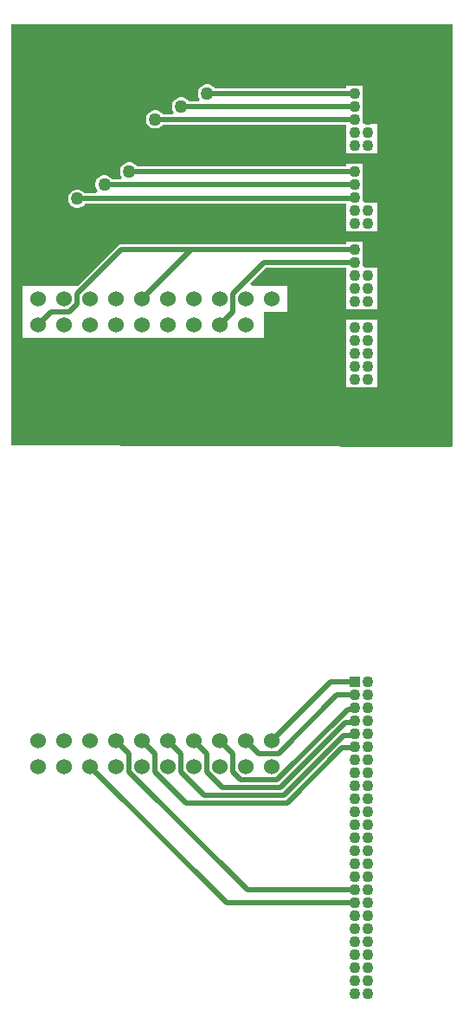
<source format=gbr>
%TF.GenerationSoftware,Altium Limited,Altium Designer,22.11.1 (43)*%
G04 Layer_Physical_Order=1*
G04 Layer_Color=255*
%FSLAX45Y45*%
%MOMM*%
%TF.SameCoordinates,ABC14B17-DAD6-4B0F-8560-1018B917A27C*%
%TF.FilePolarity,Positive*%
%TF.FileFunction,Copper,L1,Top,Signal*%
%TF.Part,Single*%
G01*
G75*
%TA.AperFunction,Conductor*%
%ADD10C,0.50000*%
%TA.AperFunction,ComponentPad*%
%ADD11R,1.09000X1.09000*%
%ADD12C,1.09000*%
%ADD13C,1.52400*%
%TA.AperFunction,ViaPad*%
%ADD14C,1.27000*%
G36*
X12065000Y6088587D02*
X12047013Y6070653D01*
X7747000Y6083300D01*
Y10198100D01*
X12065000D01*
Y6088587D01*
D02*
G37*
%LPC*%
G36*
X9676404Y9613900D02*
X9652996D01*
X9630386Y9607842D01*
X9610114Y9596138D01*
X9593562Y9579586D01*
X9581858Y9559314D01*
X9575800Y9536704D01*
Y9513296D01*
X9581858Y9490686D01*
X9591037Y9474787D01*
X9585865Y9459548D01*
X9578668Y9449387D01*
X9483685D01*
X9481838Y9452586D01*
X9465286Y9469138D01*
X9445014Y9480842D01*
X9422404Y9486900D01*
X9398996D01*
X9376386Y9480842D01*
X9356114Y9469138D01*
X9339562Y9452586D01*
X9327858Y9432314D01*
X9321800Y9409704D01*
Y9386296D01*
X9327858Y9363686D01*
X9337037Y9347787D01*
X9331865Y9332548D01*
X9324668Y9322387D01*
X9229685D01*
X9227838Y9325586D01*
X9211286Y9342138D01*
X9191014Y9353842D01*
X9168404Y9359900D01*
X9144996D01*
X9122386Y9353842D01*
X9102114Y9342138D01*
X9085562Y9325586D01*
X9073858Y9305314D01*
X9067800Y9282704D01*
Y9259296D01*
X9073858Y9236686D01*
X9085562Y9216414D01*
X9102114Y9199862D01*
X9122386Y9188158D01*
X9144996Y9182100D01*
X9168404D01*
X9191014Y9188158D01*
X9211286Y9199862D01*
X9227838Y9216414D01*
X9229685Y9219613D01*
X11023600D01*
Y8940800D01*
X11088173D01*
X11101981Y8937100D01*
X11123019D01*
X11136827Y8940800D01*
X11215173D01*
X11228981Y8937100D01*
X11250019D01*
X11263827Y8940800D01*
X11328400D01*
Y9223900D01*
X11195507D01*
X11189404Y9249300D01*
X11192400Y9260481D01*
Y9281519D01*
X11188700Y9295327D01*
Y9373673D01*
X11192400Y9387481D01*
Y9408519D01*
X11188700Y9422327D01*
Y9500673D01*
X11192400Y9514481D01*
Y9535519D01*
X11188700Y9549327D01*
Y9601200D01*
X11136827D01*
X11123019Y9604900D01*
X11101981D01*
X11088173Y9601200D01*
X11023600D01*
Y9576387D01*
X9737685D01*
X9735838Y9579586D01*
X9719286Y9596138D01*
X9699014Y9607842D01*
X9676404Y9613900D01*
D02*
G37*
G36*
X8914404Y8851900D02*
X8890996D01*
X8868386Y8845842D01*
X8848114Y8834138D01*
X8831562Y8817586D01*
X8819858Y8797314D01*
X8813800Y8774704D01*
Y8751296D01*
X8819858Y8728686D01*
X8829037Y8712787D01*
X8823865Y8697548D01*
X8816668Y8687387D01*
X8734385D01*
X8732538Y8690586D01*
X8715986Y8707138D01*
X8695714Y8718842D01*
X8673104Y8724900D01*
X8649696D01*
X8627086Y8718842D01*
X8606814Y8707138D01*
X8590262Y8690586D01*
X8578558Y8670314D01*
X8572500Y8647704D01*
Y8624296D01*
X8578558Y8601686D01*
X8590262Y8581414D01*
X8592239Y8579437D01*
X8581718Y8554037D01*
X8462686D01*
X8449286Y8567438D01*
X8429014Y8579142D01*
X8406404Y8585200D01*
X8382996D01*
X8360386Y8579142D01*
X8340114Y8567438D01*
X8323562Y8550886D01*
X8311858Y8530614D01*
X8305800Y8508004D01*
Y8484596D01*
X8311858Y8461986D01*
X8323562Y8441714D01*
X8340114Y8425162D01*
X8360386Y8413458D01*
X8382996Y8407400D01*
X8406404D01*
X8429014Y8413458D01*
X8449286Y8425162D01*
X8465838Y8441714D01*
X8471351Y8451263D01*
X11023600D01*
Y8178800D01*
X11088173D01*
X11101981Y8175100D01*
X11123019D01*
X11136827Y8178800D01*
X11215173D01*
X11228981Y8175100D01*
X11250019D01*
X11263827Y8178800D01*
X11328400D01*
Y8456455D01*
X11270340D01*
X11250019Y8461900D01*
X11228981D01*
X11214100Y8457912D01*
X11188700Y8470718D01*
Y8484673D01*
X11192400Y8498481D01*
Y8519519D01*
X11188700Y8533327D01*
Y8611673D01*
X11192400Y8625481D01*
Y8646519D01*
X11188700Y8660327D01*
Y8738673D01*
X11192400Y8752481D01*
Y8773519D01*
X11188700Y8787327D01*
Y8839200D01*
X11136827D01*
X11123019Y8842900D01*
X11101981D01*
X11088173Y8839200D01*
X11023600D01*
Y8814387D01*
X8975685D01*
X8973838Y8817586D01*
X8957286Y8834138D01*
X8937014Y8845842D01*
X8914404Y8851900D01*
D02*
G37*
G36*
X11123019Y8080900D02*
X11101981D01*
X11088173Y8077200D01*
X11023600D01*
Y8052387D01*
X8825261D01*
X8805596Y8048476D01*
X8788925Y8037336D01*
X8396988Y7645400D01*
X7861300D01*
Y7137400D01*
X10223500D01*
Y7391400D01*
X10452100D01*
Y7645400D01*
X10099520D01*
X10089800Y7668867D01*
X10243546Y7822613D01*
X11023600D01*
Y7416800D01*
X11088173D01*
X11101981Y7413100D01*
X11123019D01*
X11136827Y7416800D01*
X11215173D01*
X11228981Y7413100D01*
X11250019D01*
X11263827Y7416800D01*
X11328400D01*
Y7821455D01*
X11270340D01*
X11250019Y7826900D01*
X11228981D01*
X11214100Y7822912D01*
X11188700Y7835718D01*
Y7849673D01*
X11192400Y7863481D01*
Y7884519D01*
X11188700Y7898327D01*
Y7976673D01*
X11192400Y7990481D01*
Y8011519D01*
X11188700Y8025327D01*
Y8077200D01*
X11136827D01*
X11123019Y8080900D01*
D02*
G37*
G36*
X11250019Y7318900D02*
X11228981D01*
X11215173Y7315200D01*
X11136827D01*
X11123019Y7318900D01*
X11101981D01*
X11088173Y7315200D01*
X11023600D01*
Y6654800D01*
X11088173D01*
X11101981Y6651100D01*
X11123019D01*
X11136827Y6654800D01*
X11215173D01*
X11228981Y6651100D01*
X11250019D01*
X11263827Y6654800D01*
X11328400D01*
Y7315200D01*
X11263827D01*
X11250019Y7318900D01*
D02*
G37*
%LPD*%
D10*
X8394700Y8496300D02*
X8401050Y8502650D01*
X11106150D02*
X11112500Y8509000D01*
X8401050Y8502650D02*
X11106150D01*
X9512300Y8001000D02*
X11112500D01*
X8825261D02*
X9512300D01*
X9029700Y7518400D02*
X9512300Y8001000D01*
X8395100Y7570839D02*
X8825261Y8001000D01*
X8395100Y7466761D02*
Y7570839D01*
X8140300Y7391000D02*
X8319339D01*
X8395100Y7466761D01*
X8013700Y7264400D02*
X8140300Y7391000D01*
X9919100Y7391800D02*
Y7570839D01*
X9791700Y7264400D02*
X9919100Y7391800D01*
X10222261Y7874000D02*
X11112500D01*
X9919100Y7570839D02*
X10222261Y7874000D01*
X8521700Y2946400D02*
X9855200Y1612900D01*
X11112500D01*
X10057161Y1739900D02*
X11112500D01*
X8902300Y2894761D02*
X10057161Y1739900D01*
X8902300Y2894761D02*
Y3073800D01*
X8775700Y3200400D02*
X8902300Y3073800D01*
X11106366Y3130766D02*
X11112500Y3136900D01*
X10983000Y3130766D02*
X11106366D01*
X10445834Y2593600D02*
X10983000Y3130766D01*
X9156300Y2894761D02*
X9457460Y2593600D01*
X10445834D01*
X9156300Y2894761D02*
Y3073800D01*
X9029700Y3200400D02*
X9156300Y3073800D01*
X9283700Y3200400D02*
X9411100Y3073000D01*
Y2893961D02*
X9636060Y2669000D01*
X9411100Y2893961D02*
Y3073000D01*
X9636060Y2669000D02*
X10414602D01*
X10998213Y3252611D01*
X11101211D02*
X11112500Y3263900D01*
X10998213Y3252611D02*
X11101211D01*
Y3379611D02*
X11112500Y3390900D01*
X10383371Y2744400D02*
X11018582Y3379611D01*
X11101211D01*
X9814661Y2744400D02*
X10383371D01*
X9664300Y2894761D02*
X9814661Y2744400D01*
X9664300Y2894761D02*
Y3073800D01*
X9537700Y3200400D02*
X9664300Y3073800D01*
X11101211Y3506611D02*
X11112500Y3517900D01*
X9993261Y2819800D02*
X10352139D01*
X11038950Y3506611D01*
X9918300Y2894761D02*
X9993261Y2819800D01*
X9918300Y2894761D02*
Y3073800D01*
X9791700Y3200400D02*
X9918300Y3073800D01*
X11038950Y3506611D02*
X11101211D01*
X10045700Y3200400D02*
X10172300Y3073800D01*
X10362722D01*
X10933822Y3644900D01*
X11112500D01*
X10871200Y3771900D02*
X11112500D01*
X10299700Y3200400D02*
X10871200Y3771900D01*
X8661400Y8636000D02*
X11112500D01*
X8902700Y8763000D02*
X11112500D01*
X9156700Y9271000D02*
X11112500D01*
X9410700Y9398000D02*
X11112500D01*
X9664700Y9525000D02*
X11112500D01*
D11*
Y3771900D02*
D03*
Y9652000D02*
D03*
D12*
X11239500Y3771900D02*
D03*
X11112500Y3644900D02*
D03*
X11239500D02*
D03*
X11112500Y3517900D02*
D03*
X11239500D02*
D03*
X11112500Y3390900D02*
D03*
X11239500D02*
D03*
X11112500Y3263900D02*
D03*
X11239500D02*
D03*
X11112500Y3136900D02*
D03*
X11239500D02*
D03*
X11112500Y3009900D02*
D03*
X11239500D02*
D03*
X11112500Y2882900D02*
D03*
X11239500D02*
D03*
X11112500Y2755900D02*
D03*
X11239500D02*
D03*
X11112500Y2628900D02*
D03*
X11239500D02*
D03*
X11112500Y2501900D02*
D03*
X11239500D02*
D03*
X11112500Y2374900D02*
D03*
X11239500D02*
D03*
X11112500Y2247900D02*
D03*
X11239500D02*
D03*
X11112500Y2120900D02*
D03*
X11239500D02*
D03*
X11112500Y1993900D02*
D03*
X11239500D02*
D03*
X11112500Y1866900D02*
D03*
X11239500D02*
D03*
X11112500Y1739900D02*
D03*
X11239500D02*
D03*
X11112500Y1612900D02*
D03*
X11239500D02*
D03*
X11112500Y1485900D02*
D03*
X11239500D02*
D03*
X11112500Y1358900D02*
D03*
X11239500D02*
D03*
X11112500Y1231900D02*
D03*
X11239500D02*
D03*
X11112500Y1104900D02*
D03*
X11239500D02*
D03*
X11112500Y977900D02*
D03*
X11239500D02*
D03*
X11112500Y850900D02*
D03*
X11239500D02*
D03*
X11112500Y723900D02*
D03*
X11239500D02*
D03*
Y6604000D02*
D03*
X11112500D02*
D03*
X11239500Y6731000D02*
D03*
X11112500D02*
D03*
X11239500Y6858000D02*
D03*
X11112500D02*
D03*
X11239500Y6985000D02*
D03*
X11112500D02*
D03*
X11239500Y7112000D02*
D03*
X11112500D02*
D03*
X11239500Y7239000D02*
D03*
X11112500D02*
D03*
X11239500Y7366000D02*
D03*
X11112500D02*
D03*
X11239500Y7493000D02*
D03*
X11112500D02*
D03*
X11239500Y7620000D02*
D03*
X11112500D02*
D03*
X11239500Y7747000D02*
D03*
X11112500D02*
D03*
X11239500Y7874000D02*
D03*
X11112500D02*
D03*
X11239500Y8001000D02*
D03*
X11112500D02*
D03*
X11239500Y8128000D02*
D03*
X11112500D02*
D03*
X11239500Y8255000D02*
D03*
X11112500D02*
D03*
X11239500Y8382000D02*
D03*
X11112500D02*
D03*
X11239500Y8509000D02*
D03*
X11112500D02*
D03*
X11239500Y8636000D02*
D03*
X11112500D02*
D03*
X11239500Y8763000D02*
D03*
X11112500D02*
D03*
X11239500Y8890000D02*
D03*
X11112500D02*
D03*
X11239500Y9017000D02*
D03*
X11112500D02*
D03*
X11239500Y9144000D02*
D03*
X11112500D02*
D03*
X11239500Y9271000D02*
D03*
X11112500D02*
D03*
X11239500Y9398000D02*
D03*
X11112500D02*
D03*
X11239500Y9525000D02*
D03*
X11112500D02*
D03*
X11239500Y9652000D02*
D03*
D13*
X10299700Y7518400D02*
D03*
Y7264400D02*
D03*
X10045700Y7518400D02*
D03*
Y7264400D02*
D03*
X9791700Y7518400D02*
D03*
Y7264400D02*
D03*
X9537700Y7518400D02*
D03*
Y7264400D02*
D03*
X9283700Y7518400D02*
D03*
Y7264400D02*
D03*
X9029700Y7518400D02*
D03*
Y7264400D02*
D03*
X8775700Y7518400D02*
D03*
Y7264400D02*
D03*
X8521700Y7518400D02*
D03*
Y7264400D02*
D03*
X8267700Y7518400D02*
D03*
Y7264400D02*
D03*
X8013700Y7518400D02*
D03*
Y7264400D02*
D03*
X10299700Y3200400D02*
D03*
Y2946400D02*
D03*
X10045700Y3200400D02*
D03*
Y2946400D02*
D03*
X9791700Y3200400D02*
D03*
Y2946400D02*
D03*
X9537700Y3200400D02*
D03*
Y2946400D02*
D03*
X9283700Y3200400D02*
D03*
Y2946400D02*
D03*
X9029700Y3200400D02*
D03*
Y2946400D02*
D03*
X8775700Y3200400D02*
D03*
Y2946400D02*
D03*
X8521700Y3200400D02*
D03*
Y2946400D02*
D03*
X8267700Y3200400D02*
D03*
Y2946400D02*
D03*
X8013700Y3200400D02*
D03*
Y2946400D02*
D03*
D14*
X8394700Y8496300D02*
D03*
X8661400Y8636000D02*
D03*
X9156700Y9271000D02*
D03*
X9410700Y9398000D02*
D03*
X9664700Y9525000D02*
D03*
X8902700Y8763000D02*
D03*
%TF.MD5,22001b88f37e1330582fe54f2b17b03d*%
M02*

</source>
